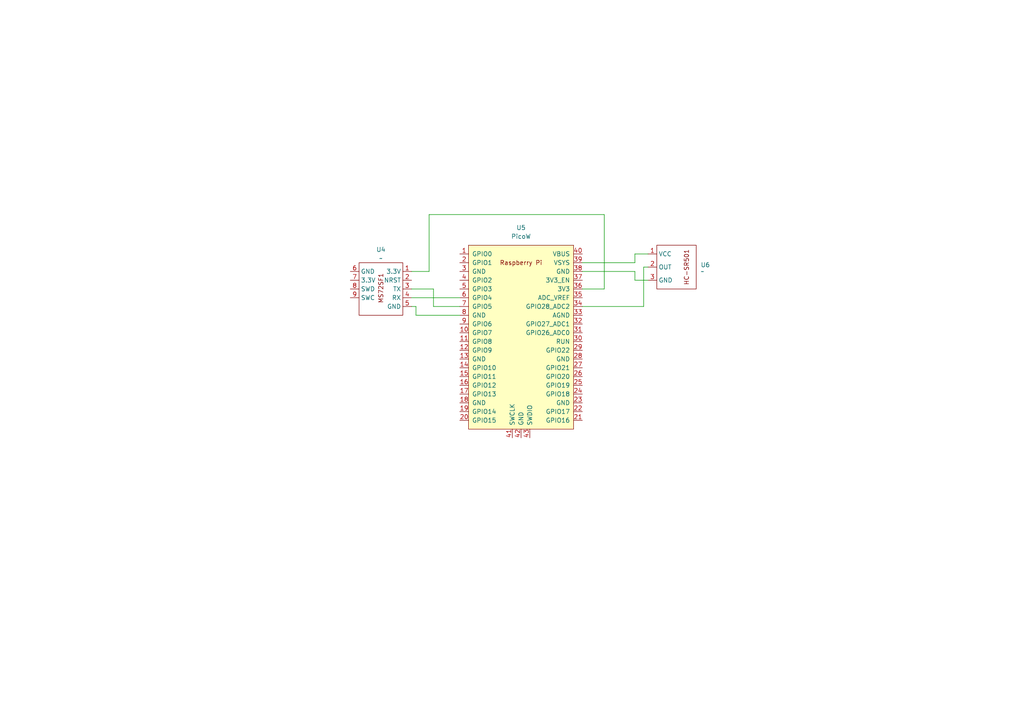
<source format=kicad_sch>
(kicad_sch (version 20231120) (generator "eeschema") (generator_version "8.0")
  (paper "A4")
  (title_block (title "Live Room Sensor Minewsemi Radar") (date "2024-04-29") (rev "1") (company "IMSX81"))
  (lib_symbols
    (symbol "Custom:HC-SR501"
      (property "Reference" "U" (at 0 0 0))
      (symbol "HC-SR501_0_1"
        (rectangle (start -6.35 -1.27) (end 6.35 -12.7))
      )
      (symbol "HC-SR501_1_1"
        (text "HC-SR501" (at 0 -4.064 0) (effects (font (size 1.27 1.27))))
        (pin power_in line (at -3.81 -15.24 90) (length 2.54) (name "VCC") (number "1"))
        (pin output line (at 0 -15.24 90) (length 2.54) (name "OUT") (number "2"))
        (pin passive line (at 3.81 -15.24 90) (length 2.54) (name "GND") (number "3"))
      )
    )
    (symbol "Custom:MS72SF1"
      (property "Reference" "U" (at 0 0 0))
      (symbol "MS72SF1_0_1"
        (rectangle (start -6.35 -1.27) (end 6.35 -16.51))
      )
      (symbol "MS72SF1_1_1"
        (text "MS72SF1" (at 0 -8.636 900) (effects (font (size 1.27 1.27))))
        (pin power_in line (at -8.89 -3.81 0) (length 2.54) (name "3.3V") (number "1"))
        (pin input line (at -8.89 -6.35 0) (length 2.54) (name "NRST") (number "2"))
        (pin output line (at -8.89 -8.89 0) (length 2.54) (name "TX") (number "3"))
        (pin input line (at -8.89 -11.43 0) (length 2.54) (name "RX") (number "4"))
        (pin passive line (at -8.89 -13.97 0) (length 2.54) (name "GND") (number "5"))
        (pin passive line (at 8.89 -3.81 180) (length 2.54) (name "GND") (number "6"))
        (pin power_in line (at 8.89 -6.35 180) (length 2.54) (name "3.3V") (number "7"))
        (pin bidirectional line (at 8.89 -8.89 180) (length 2.54) (name "SWD") (number "8"))
        (pin input line (at 8.89 -11.43 180) (length 2.54) (name "SWC") (number "9"))
      )
    )
    (symbol "Pico:PicoW" (pin_names (offset 1.016))
      (property "Reference" "U" (at -13.97 27.94 0))
      (property "Value" "PicoW" (at 0 19.05 0))
      (symbol "PicoW_0_0"
        (text "Raspberry Pi" (at 0 21.59 0) (effects (font (size 1.27 1.27))))
      )
      (symbol "PicoW_0_1"
        (rectangle (start -15.24 26.67) (end 15.24 -26.67) (fill (type background)))
      )
      (symbol "PicoW_1_1"
        (pin bidirectional line (at -17.78 24.13 0) (length 2.54) (name "GPIO0") (number "1"))
        (pin bidirectional line (at -17.78 1.27 0) (length 2.54) (name "GPIO7") (number "10"))
        (pin bidirectional line (at -17.78 -1.27 0) (length 2.54) (name "GPIO8") (number "11"))
        (pin bidirectional line (at -17.78 -3.81 0) (length 2.54) (name "GPIO9") (number "12"))
        (pin power_in line (at -17.78 -6.35 0) (length 2.54) (name "GND") (number "13"))
        (pin bidirectional line (at -17.78 -8.89 0) (length 2.54) (name "GPIO10") (number "14"))
        (pin bidirectional line (at -17.78 -11.43 0) (length 2.54) (name "GPIO11") (number "15"))
        (pin bidirectional line (at -17.78 -13.97 0) (length 2.54) (name "GPIO12") (number "16"))
        (pin bidirectional line (at -17.78 -16.51 0) (length 2.54) (name "GPIO13") (number "17"))
        (pin power_in line (at -17.78 -19.05 0) (length 2.54) (name "GND") (number "18"))
        (pin bidirectional line (at -17.78 -21.59 0) (length 2.54) (name "GPIO14") (number "19"))
        (pin bidirectional line (at -17.78 21.59 0) (length 2.54) (name "GPIO1") (number "2"))
        (pin bidirectional line (at -17.78 -24.13 0) (length 2.54) (name "GPIO15") (number "20"))
        (pin bidirectional line (at 17.78 -24.13 180) (length 2.54) (name "GPIO16") (number "21"))
        (pin bidirectional line (at 17.78 -21.59 180) (length 2.54) (name "GPIO17") (number "22"))
        (pin power_in line (at 17.78 -19.05 180) (length 2.54) (name "GND") (number "23"))
        (pin bidirectional line (at 17.78 -16.51 180) (length 2.54) (name "GPIO18") (number "24"))
        (pin bidirectional line (at 17.78 -13.97 180) (length 2.54) (name "GPIO19") (number "25"))
        (pin bidirectional line (at 17.78 -11.43 180) (length 2.54) (name "GPIO20") (number "26"))
        (pin bidirectional line (at 17.78 -8.89 180) (length 2.54) (name "GPIO21") (number "27"))
        (pin power_in line (at 17.78 -6.35 180) (length 2.54) (name "GND") (number "28"))
        (pin bidirectional line (at 17.78 -3.81 180) (length 2.54) (name "GPIO22") (number "29"))
        (pin power_in line (at -17.78 19.05 0) (length 2.54) (name "GND") (number "3"))
        (pin input line (at 17.78 -1.27 180) (length 2.54) (name "RUN") (number "30"))
        (pin bidirectional line (at 17.78 1.27 180) (length 2.54) (name "GPIO26_ADC0") (number "31"))
        (pin bidirectional line (at 17.78 3.81 180) (length 2.54) (name "GPIO27_ADC1") (number "32"))
        (pin power_in line (at 17.78 6.35 180) (length 2.54) (name "AGND") (number "33"))
        (pin bidirectional line (at 17.78 8.89 180) (length 2.54) (name "GPIO28_ADC2") (number "34"))
        (pin unspecified line (at 17.78 11.43 180) (length 2.54) (name "ADC_VREF") (number "35"))
        (pin unspecified line (at 17.78 13.97 180) (length 2.54) (name "3V3") (number "36"))
        (pin input line (at 17.78 16.51 180) (length 2.54) (name "3V3_EN") (number "37"))
        (pin bidirectional line (at 17.78 19.05 180) (length 2.54) (name "GND") (number "38"))
        (pin unspecified line (at 17.78 21.59 180) (length 2.54) (name "VSYS") (number "39"))
        (pin bidirectional line (at -17.78 16.51 0) (length 2.54) (name "GPIO2") (number "4"))
        (pin unspecified line (at 17.78 24.13 180) (length 2.54) (name "VBUS") (number "40"))
        (pin input line (at -2.54 -29.21 90) (length 2.54) (name "SWCLK") (number "41"))
        (pin power_in line (at 0 -29.21 90) (length 2.54) (name "GND") (number "42"))
        (pin bidirectional line (at 2.54 -29.21 90) (length 2.54) (name "SWDIO") (number "43"))
        (pin bidirectional line (at -17.78 13.97 0) (length 2.54) (name "GPIO3") (number "5"))
        (pin bidirectional line (at -17.78 11.43 0) (length 2.54) (name "GPIO4") (number "6"))
        (pin bidirectional line (at -17.78 8.89 0) (length 2.54) (name "GPIO5") (number "7"))
        (pin power_in line (at -17.78 6.35 0) (length 2.54) (name "GND") (number "8"))
        (pin bidirectional line (at -17.78 3.81 0) (length 2.54) (name "GPIO6") (number "9"))
      )
    )
  )
  (wire (pts (xy 120.65 91.44) (xy 133.35 91.44)))
  (wire (pts (xy 124.46 78.74) (xy 124.46 62.23)))
  (wire (pts (xy 124.46 62.23) (xy 175.26 62.23)))
  (wire (pts (xy 186.69 77.47) (xy 186.69 88.9)))
  (wire (pts (xy 175.26 83.82) (xy 168.91 83.82)))
  (wire (pts (xy 119.38 88.9) (xy 120.65 88.9)))
  (wire (pts (xy 125.73 88.9) (xy 125.73 83.82)))
  (wire (pts (xy 186.69 88.9) (xy 168.91 88.9)))
  (wire (pts (xy 125.73 83.82) (xy 119.38 83.82)))
  (wire (pts (xy 184.15 73.66) (xy 187.96 73.66)))
  (wire (pts (xy 187.96 81.28) (xy 184.15 81.28)))
  (wire (pts (xy 187.96 77.47) (xy 186.69 77.47)))
  (wire (pts (xy 119.38 86.36) (xy 133.35 86.36)))
  (wire (pts (xy 184.15 78.74) (xy 168.91 78.74)))
  (wire (pts (xy 120.65 88.9) (xy 120.65 91.44)))
  (wire (pts (xy 175.26 62.23) (xy 175.26 83.82)))
  (wire (pts (xy 119.38 78.74) (xy 124.46 78.74)))
  (wire (pts (xy 184.15 81.28) (xy 184.15 78.74)))
  (wire (pts (xy 133.35 88.9) (xy 125.73 88.9)))
  (wire (pts (xy 184.15 76.2) (xy 184.15 73.66)))
  (wire (pts (xy 168.91 76.2) (xy 184.15 76.2)))
  (symbol (lib_id "Custom:HC-SR501") (at 203.2 77.47 270) (unit 1)
    (property "Reference" "U6" (at 203.2 76.8349 90) (effects (justify left)))
    (property "Value" "~" (at 203.2 78.74 90) (effects (justify left)))
  )
  (symbol (lib_id "Pico:PicoW") (at 151.13 97.79 0) (unit 1)
    (property "Reference" "U5" (at 151.13 66.04 0))
    (property "Value" "PicoW" (at 151.13 68.58 0))
    (property "Footprint" "RPi_Pico:RPi_PicoW_SMD_TH" (effects (hide yes)))
  )
  (symbol (lib_id "Custom:MS72SF1") (at 110.49 74.93 0) (mirror y) (unit 1)
    (property "Reference" "U4" (at 110.49 72.39 0))
    (property "Value" "~" (at 110.49 74.93 0))
  )
)
</source>
